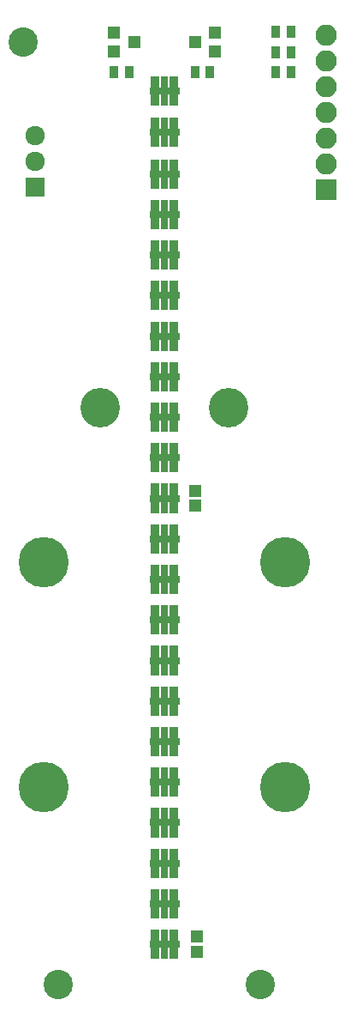
<source format=gbs>
G04 #@! TF.FileFunction,Soldermask,Bot*
%FSLAX46Y46*%
G04 Gerber Fmt 4.6, Leading zero omitted, Abs format (unit mm)*
G04 Created by KiCad (PCBNEW 4.0.7) date Sun Dec 17 13:28:59 2017*
%MOMM*%
%LPD*%
G01*
G04 APERTURE LIST*
%ADD10C,0.100000*%
%ADD11C,3.900000*%
%ADD12C,4.972000*%
%ADD13C,2.900000*%
%ADD14R,1.150000X1.200000*%
%ADD15R,0.900000X1.200000*%
%ADD16R,0.700000X1.200000*%
%ADD17R,1.350000X0.800000*%
%ADD18R,1.800000X0.800000*%
%ADD19R,2.100000X2.100000*%
%ADD20O,2.100000X2.100000*%
%ADD21R,0.900000X1.300000*%
%ADD22C,1.920000*%
%ADD23R,1.920000X1.920000*%
%ADD24R,1.300000X1.200000*%
G04 APERTURE END LIST*
D10*
D11*
X63337400Y-79035000D03*
X50637400Y-79035000D03*
D12*
X45074800Y-94275000D03*
X68900000Y-94275000D03*
X68900000Y-116500000D03*
X45074800Y-116500000D03*
D13*
X43000000Y-43000000D03*
X66500000Y-136000000D03*
D14*
X60000000Y-87250000D03*
X60000000Y-88750000D03*
X60250000Y-131250000D03*
X60250000Y-132750000D03*
D15*
X56100000Y-83150000D03*
D16*
X57000000Y-83150000D03*
D15*
X57900000Y-83150000D03*
X56100000Y-84850000D03*
D16*
X57000000Y-84850000D03*
D15*
X57900000Y-84850000D03*
D17*
X57825000Y-84000000D03*
D18*
X56400000Y-84000000D03*
D15*
X56100000Y-123150000D03*
D16*
X57000000Y-123150000D03*
D15*
X57900000Y-123150000D03*
X56100000Y-124850000D03*
D16*
X57000000Y-124850000D03*
D15*
X57900000Y-124850000D03*
D17*
X57825000Y-124000000D03*
D18*
X56400000Y-124000000D03*
D15*
X56100000Y-79150000D03*
D16*
X57000000Y-79150000D03*
D15*
X57900000Y-79150000D03*
X56100000Y-80850000D03*
D16*
X57000000Y-80850000D03*
D15*
X57900000Y-80850000D03*
D17*
X57825000Y-80000000D03*
D18*
X56400000Y-80000000D03*
D15*
X56100000Y-119150000D03*
D16*
X57000000Y-119150000D03*
D15*
X57900000Y-119150000D03*
X56100000Y-120850000D03*
D16*
X57000000Y-120850000D03*
D15*
X57900000Y-120850000D03*
D17*
X57825000Y-120000000D03*
D18*
X56400000Y-120000000D03*
D15*
X56100000Y-75150000D03*
D16*
X57000000Y-75150000D03*
D15*
X57900000Y-75150000D03*
X56100000Y-76850000D03*
D16*
X57000000Y-76850000D03*
D15*
X57900000Y-76850000D03*
D17*
X57825000Y-76000000D03*
D18*
X56400000Y-76000000D03*
D15*
X56100000Y-115150000D03*
D16*
X57000000Y-115150000D03*
D15*
X57900000Y-115150000D03*
X56100000Y-116850000D03*
D16*
X57000000Y-116850000D03*
D15*
X57900000Y-116850000D03*
D17*
X57825000Y-116000000D03*
D18*
X56400000Y-116000000D03*
D15*
X56100000Y-71150000D03*
D16*
X57000000Y-71150000D03*
D15*
X57900000Y-71150000D03*
X56100000Y-72850000D03*
D16*
X57000000Y-72850000D03*
D15*
X57900000Y-72850000D03*
D17*
X57825000Y-72000000D03*
D18*
X56400000Y-72000000D03*
D15*
X56100000Y-111150000D03*
D16*
X57000000Y-111150000D03*
D15*
X57900000Y-111150000D03*
X56100000Y-112850000D03*
D16*
X57000000Y-112850000D03*
D15*
X57900000Y-112850000D03*
D17*
X57825000Y-112000000D03*
D18*
X56400000Y-112000000D03*
D15*
X56100000Y-67150000D03*
D16*
X57000000Y-67150000D03*
D15*
X57900000Y-67150000D03*
X56100000Y-68850000D03*
D16*
X57000000Y-68850000D03*
D15*
X57900000Y-68850000D03*
D17*
X57825000Y-68000000D03*
D18*
X56400000Y-68000000D03*
D15*
X56100000Y-107150000D03*
D16*
X57000000Y-107150000D03*
D15*
X57900000Y-107150000D03*
X56100000Y-108850000D03*
D16*
X57000000Y-108850000D03*
D15*
X57900000Y-108850000D03*
D17*
X57825000Y-108000000D03*
D18*
X56400000Y-108000000D03*
D15*
X56100000Y-63150000D03*
D16*
X57000000Y-63150000D03*
D15*
X57900000Y-63150000D03*
X56100000Y-64850000D03*
D16*
X57000000Y-64850000D03*
D15*
X57900000Y-64850000D03*
D17*
X57825000Y-64000000D03*
D18*
X56400000Y-64000000D03*
D15*
X56100000Y-103150000D03*
D16*
X57000000Y-103150000D03*
D15*
X57900000Y-103150000D03*
X56100000Y-104850000D03*
D16*
X57000000Y-104850000D03*
D15*
X57900000Y-104850000D03*
D17*
X57825000Y-104000000D03*
D18*
X56400000Y-104000000D03*
D15*
X56100000Y-59150000D03*
D16*
X57000000Y-59150000D03*
D15*
X57900000Y-59150000D03*
X56100000Y-60850000D03*
D16*
X57000000Y-60850000D03*
D15*
X57900000Y-60850000D03*
D17*
X57825000Y-60000000D03*
D18*
X56400000Y-60000000D03*
D15*
X56100000Y-99150000D03*
D16*
X57000000Y-99150000D03*
D15*
X57900000Y-99150000D03*
X56100000Y-100850000D03*
D16*
X57000000Y-100850000D03*
D15*
X57900000Y-100850000D03*
D17*
X57825000Y-100000000D03*
D18*
X56400000Y-100000000D03*
D15*
X56100000Y-55150000D03*
D16*
X57000000Y-55150000D03*
D15*
X57900000Y-55150000D03*
X56100000Y-56850000D03*
D16*
X57000000Y-56850000D03*
D15*
X57900000Y-56850000D03*
D17*
X57825000Y-56000000D03*
D18*
X56400000Y-56000000D03*
D15*
X56100000Y-95150000D03*
D16*
X57000000Y-95150000D03*
D15*
X57900000Y-95150000D03*
X56100000Y-96850000D03*
D16*
X57000000Y-96850000D03*
D15*
X57900000Y-96850000D03*
D17*
X57825000Y-96000000D03*
D18*
X56400000Y-96000000D03*
D15*
X56100000Y-51000000D03*
D16*
X57000000Y-51000000D03*
D15*
X57900000Y-51000000D03*
X56100000Y-52700000D03*
D16*
X57000000Y-52700000D03*
D15*
X57900000Y-52700000D03*
D17*
X57825000Y-51850000D03*
D18*
X56400000Y-51850000D03*
D15*
X56100000Y-91150000D03*
D16*
X57000000Y-91150000D03*
D15*
X57900000Y-91150000D03*
X56100000Y-92850000D03*
D16*
X57000000Y-92850000D03*
D15*
X57900000Y-92850000D03*
D17*
X57825000Y-92000000D03*
D18*
X56400000Y-92000000D03*
D15*
X56100000Y-47000000D03*
D16*
X57000000Y-47000000D03*
D15*
X57900000Y-47000000D03*
X56100000Y-48700000D03*
D16*
X57000000Y-48700000D03*
D15*
X57900000Y-48700000D03*
D17*
X57825000Y-47850000D03*
D18*
X56400000Y-47850000D03*
D15*
X56100000Y-87150000D03*
D16*
X57000000Y-87150000D03*
D15*
X57900000Y-87150000D03*
X56100000Y-88850000D03*
D16*
X57000000Y-88850000D03*
D15*
X57900000Y-88850000D03*
D17*
X57825000Y-88000000D03*
D18*
X56400000Y-88000000D03*
D19*
X73000000Y-57540000D03*
D20*
X73000000Y-55000000D03*
X73000000Y-52460000D03*
X73000000Y-49920000D03*
X73000000Y-47380000D03*
X73000000Y-44840000D03*
X73000000Y-42300000D03*
D21*
X69500000Y-46000000D03*
X68000000Y-46000000D03*
X69500000Y-42000000D03*
X68000000Y-42000000D03*
X69500000Y-44000000D03*
X68000000Y-44000000D03*
D22*
X44250000Y-54750000D03*
X44250000Y-52210000D03*
D23*
X44250000Y-57290000D03*
D24*
X62000000Y-42050000D03*
X62000000Y-43950000D03*
X60000000Y-43000000D03*
X52000000Y-43950000D03*
X52000000Y-42050000D03*
X54000000Y-43000000D03*
D21*
X61500000Y-46000000D03*
X60000000Y-46000000D03*
X52000000Y-46000000D03*
X53500000Y-46000000D03*
D15*
X56100000Y-127150000D03*
D16*
X57000000Y-127150000D03*
D15*
X57900000Y-127150000D03*
X56100000Y-128850000D03*
D16*
X57000000Y-128850000D03*
D15*
X57900000Y-128850000D03*
D17*
X57825000Y-128000000D03*
D18*
X56400000Y-128000000D03*
D15*
X56100000Y-131150000D03*
D16*
X57000000Y-131150000D03*
D15*
X57900000Y-131150000D03*
X56100000Y-132850000D03*
D16*
X57000000Y-132850000D03*
D15*
X57900000Y-132850000D03*
D17*
X57825000Y-132000000D03*
D18*
X56400000Y-132000000D03*
D13*
X46500000Y-136000000D03*
M02*

</source>
